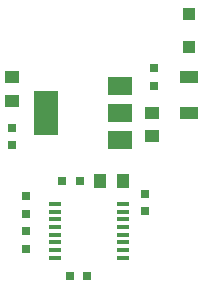
<source format=gtp>
G04 #@! TF.GenerationSoftware,KiCad,Pcbnew,(5.1.10)-1*
G04 #@! TF.CreationDate,2021-07-21T16:10:59+02:00*
G04 #@! TF.ProjectId,rs232-ttl,72733233-322d-4747-946c-2e6b69636164,rev?*
G04 #@! TF.SameCoordinates,Original*
G04 #@! TF.FileFunction,Paste,Top*
G04 #@! TF.FilePolarity,Positive*
%FSLAX46Y46*%
G04 Gerber Fmt 4.6, Leading zero omitted, Abs format (unit mm)*
G04 Created by KiCad (PCBNEW (5.1.10)-1) date 2021-07-21 16:10:59*
%MOMM*%
%LPD*%
G01*
G04 APERTURE LIST*
%ADD10R,1.000000X0.400000*%
%ADD11R,2.000000X1.500000*%
%ADD12R,2.000000X3.800000*%
%ADD13R,1.100000X1.100000*%
%ADD14R,1.000000X1.250000*%
%ADD15R,1.250000X1.000000*%
%ADD16R,0.750000X0.800000*%
%ADD17R,0.800000X0.750000*%
%ADD18R,1.600000X1.000000*%
G04 APERTURE END LIST*
D10*
X66600000Y-134725000D03*
X66600000Y-135375000D03*
X66600000Y-136025000D03*
X66600000Y-136675000D03*
X66600000Y-137325000D03*
X66600000Y-137975000D03*
X66600000Y-138625000D03*
X66600000Y-139275000D03*
X72400000Y-139275000D03*
X72400000Y-138625000D03*
X72400000Y-137975000D03*
X72400000Y-137325000D03*
X72400000Y-136675000D03*
X72400000Y-136025000D03*
X72400000Y-135375000D03*
X72400000Y-134725000D03*
D11*
X72150000Y-129300000D03*
X72150000Y-124700000D03*
X72150000Y-127000000D03*
D12*
X65850000Y-127000000D03*
D13*
X78000000Y-121400000D03*
X78000000Y-118600000D03*
D14*
X72400000Y-132800000D03*
X70400000Y-132800000D03*
D15*
X63000000Y-126000000D03*
X63000000Y-124000000D03*
D16*
X74200000Y-135350000D03*
X74200000Y-133850000D03*
D17*
X67850000Y-140800000D03*
X69350000Y-140800000D03*
X68750000Y-132800000D03*
X67250000Y-132800000D03*
D16*
X64200000Y-137050000D03*
X64200000Y-138550000D03*
X64200000Y-134050000D03*
X64200000Y-135550000D03*
D15*
X74800000Y-127000000D03*
X74800000Y-129000000D03*
D16*
X63000000Y-129750000D03*
X63000000Y-128250000D03*
X75000000Y-123250000D03*
X75000000Y-124750000D03*
D18*
X78000000Y-124000000D03*
X78000000Y-127000000D03*
M02*

</source>
